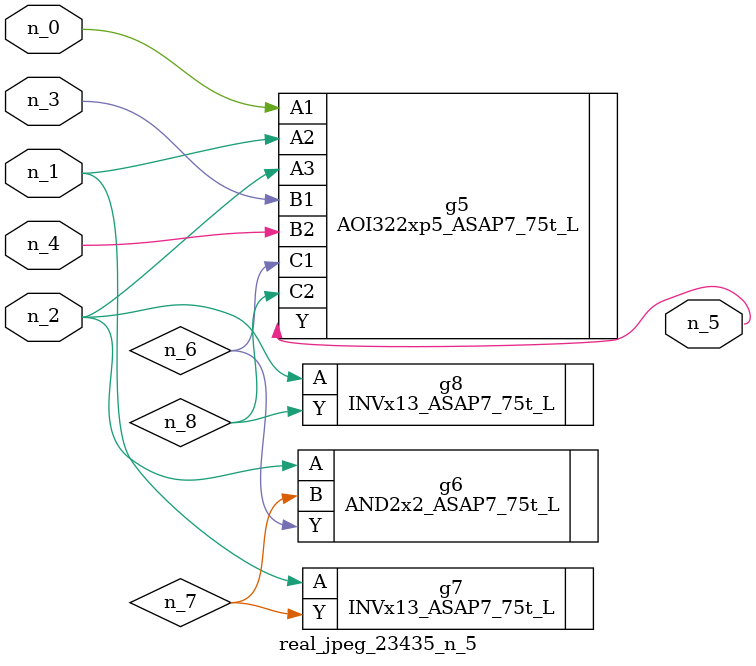
<source format=v>
module real_jpeg_23435_n_5 (n_4, n_0, n_1, n_2, n_3, n_5);

input n_4;
input n_0;
input n_1;
input n_2;
input n_3;

output n_5;

wire n_8;
wire n_6;
wire n_7;

AOI322xp5_ASAP7_75t_L g5 ( 
.A1(n_0),
.A2(n_1),
.A3(n_2),
.B1(n_3),
.B2(n_4),
.C1(n_6),
.C2(n_8),
.Y(n_5)
);

INVx13_ASAP7_75t_L g7 ( 
.A(n_1),
.Y(n_7)
);

AND2x2_ASAP7_75t_L g6 ( 
.A(n_2),
.B(n_7),
.Y(n_6)
);

INVx13_ASAP7_75t_L g8 ( 
.A(n_2),
.Y(n_8)
);


endmodule
</source>
